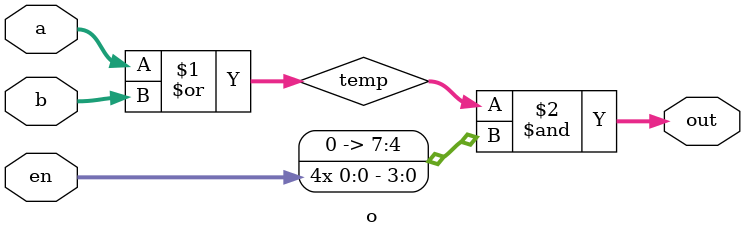
<source format=v>
`timescale 1ns / 1ps


module	o(input	en,	input	[3:0]	a,	input	[3:0]	b,	output[7:0]	out
    );
    
        wire [3:0] temp;
    
    assign temp = a | b;
    
   assign out = temp & {4{en}};     
    
    
endmodule

</source>
